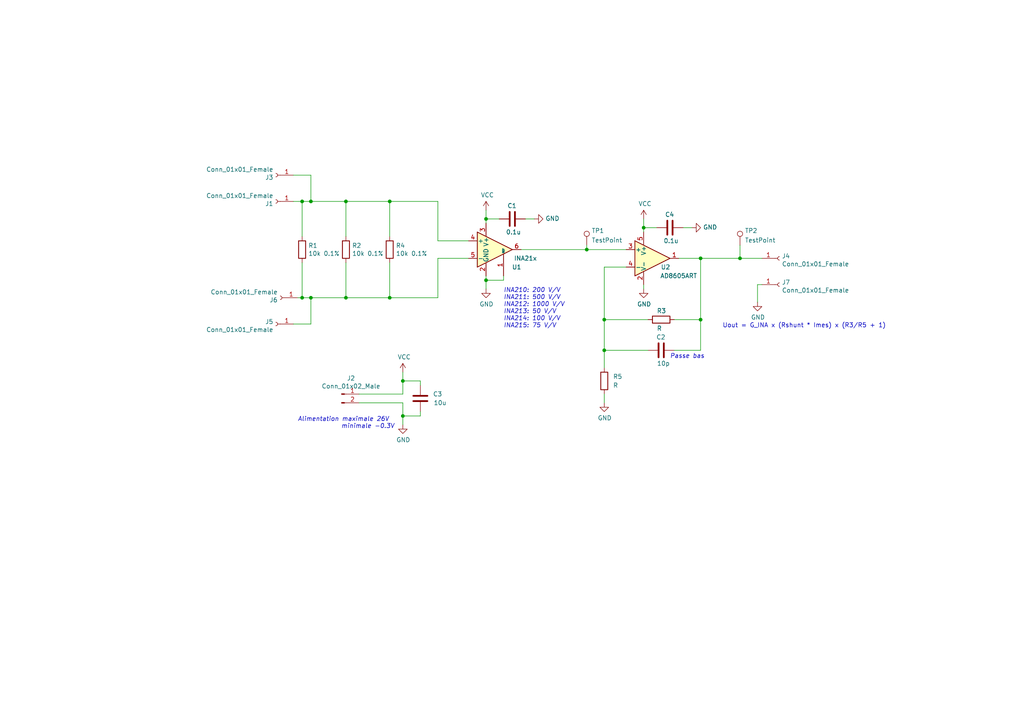
<source format=kicad_sch>
(kicad_sch (version 20211123) (generator eeschema)
  (paper "A4")
  (title_block (title "NanoCurrents") (rev "2.0") (company "Achille PETITJEAN") (comment 1 "1nA to 1uA measurements = 1mV to 1V output"))
  (lib_symbols
    (symbol "Achille6_0:AD8605ART" (pin_names (offset 0.127))
      (property "Reference" "U" (at 0 5.08 0))
      (property "Value" "AD8605ART" (at 0 -5.08 0))
      (symbol "AD8605ART_0_1"
        (polyline (pts (xy -5.08 5.08) (xy 5.08 0) (xy -5.08 -5.08) (xy -5.08 5.08)) (stroke (width 0.254)) (fill (type background)))
        (pin power_in line (at -2.54 -7.62 90) (length 3.81) (name "V-") (number "2"))
        (pin power_in line (at -2.54 7.62 270) (length 3.81) (name "V+") (number "5"))
      )
      (symbol "AD8605ART_1_1"
        (pin output line (at 7.62 0 180) (length 2.54) (name "~") (number "1"))
        (pin input line (at -7.62 2.54 0) (length 2.54) (name "+") (number "3"))
        (pin input line (at -7.62 -2.54 0) (length 2.54) (name "-") (number "4"))
      )
    )
    (symbol "Achille:INA213" (pin_names (offset 0.127))
      (property "Reference" "U" (at 3.81 3.81 0))
      (property "Value" "INA213" (at 3.81 -2.54 0))
      (symbol "INA213_0_1"
        (polyline (pts (xy 5.08 0) (xy -5.08 5.08) (xy -5.08 -5.08) (xy 5.08 0)) (stroke (width 0.254)) (fill (type background)))
      )
      (symbol "INA213_1_1"
        (pin input line (at 2.54 -7.62 90) (length 6.35) (name "REF") (number "1"))
        (pin power_in line (at -2.54 -7.62 90) (length 3.81) (name "GND") (number "2"))
        (pin power_in line (at -2.54 7.62 270) (length 3.81) (name "V+") (number "3"))
        (pin input line (at -7.62 2.54 0) (length 2.54) (name "+") (number "4"))
        (pin input line (at -7.62 -2.54 0) (length 2.54) (name "-") (number "5"))
        (pin output line (at 7.62 0 180) (length 2.54) (name "~") (number "6"))
      )
    )
    (symbol "Connector:Conn_01x01_Female" (pin_names (offset 1.016) hide)
      (property "Reference" "J" (at 0 2.54 0))
      (property "Value" "Conn_01x01_Female" (at 0 -2.54 0))
      (symbol "Conn_01x01_Female_1_1"
        (polyline (pts (xy -1.27 0) (xy -0.508 0)) (stroke (width 0.1524)))
        (arc (start 0 0.508) (mid -0.508 0) (end 0 -0.508) (stroke (width 0.1524)))
        (pin passive line (at -5.08 0 0) (length 3.81) (name "Pin_1") (number "1"))
      )
    )
    (symbol "Connector:Conn_01x02_Male" (pin_names (offset 1.016) hide)
      (property "Reference" "J" (at 0 2.54 0))
      (property "Value" "Conn_01x02_Male" (at 0 -5.08 0))
      (symbol "Conn_01x02_Male_1_1"
        (polyline (pts (xy 1.27 -2.54) (xy 0.8636 -2.54)) (stroke (width 0.1524)))
        (polyline (pts (xy 1.27 0) (xy 0.8636 0)) (stroke (width 0.1524)))
        (rectangle (start 0.8636 -2.413) (end 0 -2.667) (stroke (width 0.1524)) (fill (type outline)))
        (rectangle (start 0.8636 0.127) (end 0 -0.127) (stroke (width 0.1524)) (fill (type outline)))
        (pin passive line (at 5.08 0 180) (length 3.81) (name "Pin_1") (number "1"))
        (pin passive line (at 5.08 -2.54 180) (length 3.81) (name "Pin_2") (number "2"))
      )
    )
    (symbol "Connector:TestPoint" (pin_numbers hide) (pin_names (offset 0.762) hide)
      (property "Reference" "TP" (at 0 6.858 0))
      (property "Value" "TestPoint" (at 0 5.08 0))
      (symbol "TestPoint_0_1"
        (circle (center 0 3.302) (radius 0.762))
      )
      (symbol "TestPoint_1_1"
        (pin passive line (at 0 0 90) (length 2.54) (name "1") (number "1"))
      )
    )
    (symbol "Device:C" (pin_numbers hide) (pin_names (offset 0.254))
      (property "Reference" "C" (at 0.635 2.54 0))
      (property "Value" "C" (at 0.635 -2.54 0))
      (symbol "C_0_1"
        (polyline (pts (xy -2.032 -0.762) (xy 2.032 -0.762)) (stroke (width 0.508)))
        (polyline (pts (xy -2.032 0.762) (xy 2.032 0.762)) (stroke (width 0.508)))
      )
      (symbol "C_1_1"
        (pin passive line (at 0 3.81 270) (length 2.794) (name "~") (number "1"))
        (pin passive line (at 0 -3.81 90) (length 2.794) (name "~") (number "2"))
      )
    )
    (symbol "Device:R" (pin_numbers hide) (pin_names (offset 0))
      (property "Reference" "R" (at 2.032 0 90))
      (property "Value" "R" (at 0 0 90))
      (symbol "R_0_1"
        (rectangle (start -1.016 -2.54) (end 1.016 2.54) (stroke (width 0.254)))
      )
      (symbol "R_1_1"
        (pin passive line (at 0 3.81 270) (length 1.27) (name "~") (number "1"))
        (pin passive line (at 0 -3.81 90) (length 1.27) (name "~") (number "2"))
      )
    )
    (symbol "power:GND" (power) (pin_names (offset 0))
      (property "Value" "GND" (at 0 -3.81 0))
      (symbol "GND_0_1"
        (polyline (pts (xy 0 0) (xy 0 -1.27) (xy 1.27 -1.27) (xy 0 -2.54) (xy -1.27 -1.27) (xy 0 -1.27)))
      )
      (symbol "GND_1_1"
        (pin power_in line (at 0 0 270) (length 0) hide (name "GND") (number "1"))
      )
    )
    (symbol "power:VCC" (power) (pin_names (offset 0))
      (property "Value" "VCC" (at 0 3.81 0))
      (symbol "VCC_0_1"
        (polyline (pts (xy -0.762 1.27) (xy 0 2.54)))
        (polyline (pts (xy 0 0) (xy 0 2.54)))
        (polyline (pts (xy 0 2.54) (xy 0.762 1.27)))
      )
      (symbol "VCC_1_1"
        (pin power_in line (at 0 0 90) (length 0) hide (name "VCC") (number "1"))
      )
    )
  )
  (junction (at 113.03 58.42))
  (junction (at 175.26 101.6))
  (junction (at 203.2 92.71))
  (junction (at 116.84 110.49))
  (junction (at 100.33 58.42))
  (junction (at 90.17 86.36))
  (junction (at 100.33 86.36))
  (junction (at 87.63 86.36))
  (junction (at 186.69 66.04))
  (junction (at 113.03 86.36))
  (junction (at 140.97 63.5))
  (junction (at 140.97 81.28))
  (junction (at 203.2 74.93))
  (junction (at 87.63 58.42))
  (junction (at 170.18 72.39))
  (junction (at 116.84 120.65))
  (junction (at 175.26 92.71))
  (junction (at 214.63 74.93))
  (junction (at 90.17 58.42))
  (wire (pts (xy 140.97 81.28) (xy 140.97 80.01)))
  (wire (pts (xy 87.63 86.36) (xy 87.63 76.2)))
  (wire (pts (xy 187.96 101.6) (xy 175.26 101.6)))
  (wire (pts (xy 116.84 120.65) (xy 121.92 120.65)))
  (wire (pts (xy 127 74.93) (xy 127 86.36)))
  (wire (pts (xy 116.84 123.19) (xy 116.84 120.65)))
  (wire (pts (xy 100.33 86.36) (xy 113.03 86.36)))
  (wire (pts (xy 140.97 63.5) (xy 140.97 64.77)))
  (wire (pts (xy 116.84 114.3) (xy 116.84 110.49)))
  (wire (pts (xy 86.36 86.36) (xy 87.63 86.36)))
  (wire (pts (xy 170.18 72.39) (xy 181.61 72.39)))
  (wire (pts (xy 214.63 71.12) (xy 214.63 74.93)))
  (wire (pts (xy 87.63 58.42) (xy 90.17 58.42)))
  (wire (pts (xy 186.69 66.04) (xy 186.69 63.5)))
  (wire (pts (xy 190.5 66.04) (xy 186.69 66.04)))
  (wire (pts (xy 121.92 119.38) (xy 121.92 120.65)))
  (wire (pts (xy 140.97 63.5) (xy 140.97 60.96)))
  (wire (pts (xy 87.63 86.36) (xy 90.17 86.36)))
  (wire (pts (xy 104.14 116.84) (xy 116.84 116.84)))
  (wire (pts (xy 85.09 50.8) (xy 90.17 50.8)))
  (wire (pts (xy 154.94 63.5) (xy 152.4 63.5)))
  (wire (pts (xy 187.96 92.71) (xy 175.26 92.71)))
  (wire (pts (xy 100.33 86.36) (xy 100.33 76.2)))
  (wire (pts (xy 127 58.42) (xy 127 69.85)))
  (wire (pts (xy 140.97 81.28) (xy 146.05 81.28)))
  (wire (pts (xy 87.63 58.42) (xy 87.63 68.58)))
  (wire (pts (xy 196.85 74.93) (xy 203.2 74.93)))
  (wire (pts (xy 116.84 107.95) (xy 116.84 110.49)))
  (wire (pts (xy 203.2 92.71) (xy 195.58 92.71)))
  (wire (pts (xy 203.2 74.93) (xy 214.63 74.93)))
  (wire (pts (xy 175.26 92.71) (xy 175.26 101.6)))
  (wire (pts (xy 170.18 71.12) (xy 170.18 72.39)))
  (wire (pts (xy 151.13 72.39) (xy 170.18 72.39)))
  (wire (pts (xy 100.33 58.42) (xy 113.03 58.42)))
  (wire (pts (xy 113.03 86.36) (xy 113.03 76.2)))
  (wire (pts (xy 214.63 74.93) (xy 220.98 74.93)))
  (wire (pts (xy 104.14 114.3) (xy 116.84 114.3)))
  (wire (pts (xy 113.03 58.42) (xy 127 58.42)))
  (wire (pts (xy 219.71 87.63) (xy 219.71 82.55)))
  (wire (pts (xy 127 74.93) (xy 135.89 74.93)))
  (wire (pts (xy 186.69 66.04) (xy 186.69 67.31)))
  (wire (pts (xy 135.89 69.85) (xy 127 69.85)))
  (wire (pts (xy 219.71 82.55) (xy 220.98 82.55)))
  (wire (pts (xy 203.2 101.6) (xy 203.2 92.71)))
  (wire (pts (xy 121.92 111.76) (xy 121.92 110.49)))
  (wire (pts (xy 116.84 110.49) (xy 121.92 110.49)))
  (wire (pts (xy 100.33 58.42) (xy 100.33 68.58)))
  (wire (pts (xy 146.05 81.28) (xy 146.05 80.01)))
  (wire (pts (xy 181.61 77.47) (xy 175.26 77.47)))
  (wire (pts (xy 90.17 93.98) (xy 90.17 86.36)))
  (wire (pts (xy 113.03 58.42) (xy 113.03 68.58)))
  (wire (pts (xy 116.84 116.84) (xy 116.84 120.65)))
  (wire (pts (xy 195.58 101.6) (xy 203.2 101.6)))
  (wire (pts (xy 113.03 86.36) (xy 127 86.36)))
  (wire (pts (xy 140.97 83.82) (xy 140.97 81.28)))
  (wire (pts (xy 175.26 101.6) (xy 175.26 106.68)))
  (wire (pts (xy 186.69 83.82) (xy 186.69 82.55)))
  (wire (pts (xy 90.17 50.8) (xy 90.17 58.42)))
  (wire (pts (xy 85.09 93.98) (xy 90.17 93.98)))
  (wire (pts (xy 85.09 58.42) (xy 87.63 58.42)))
  (wire (pts (xy 175.26 116.84) (xy 175.26 114.3)))
  (wire (pts (xy 203.2 74.93) (xy 203.2 92.71)))
  (wire (pts (xy 200.66 66.04) (xy 198.12 66.04)))
  (wire (pts (xy 144.78 63.5) (xy 140.97 63.5)))
  (wire (pts (xy 90.17 58.42) (xy 100.33 58.42)))
  (wire (pts (xy 175.26 77.47) (xy 175.26 92.71)))
  (wire (pts (xy 100.33 86.36) (xy 90.17 86.36)))
  (text "Passe bas" (at 194.31 104.14 0) (effects (font (size 1.27 1.27) italic) (justify left bottom)))
  (text "Alimentation maximale 26V\n             minimale -0.3V" (at 86.36 124.46 0) (effects (font (size 1.27 1.27) italic) (justify left bottom)))
  (text "INA210: 200 V/V\nINA211: 500 V/V\nINA212: 1000 V/V\nINA213: 50 V/V\nINA214: 100 V/V\nINA215: 75 V/V" (at 146.05 95.25 0) (effects (font (size 1.27 1.27) italic) (justify left bottom)))
  (text "Uout = G_INA x (Rshunt * Imes) x (R3/R5 + 1)" (at 209.55 95.25 0) (effects (font (size 1.27 1.27)) (justify left bottom)))
  (symbol (lib_id "Connector:Conn_01x01_Female") (at 80.01 58.42 180) (unit 1)
    (property "Reference" "J1" (at 79.2988 59.0804 0) (effects (justify left)))
    (property "Value" "Conn_01x01_Female" (at 79.2988 56.769 0) (effects (justify left)))
    (property "Footprint" "MountingHole:MountingHole_2.2mm_M2_Pad_Via" (effects hide))
  )
  (symbol (lib_id "Connector:Conn_01x02_Male") (at 99.06 114.3 0) (unit 1)
    (property "Reference" "J2" (at 101.8032 109.7026 0))
    (property "Value" "Conn_01x02_Male" (at 101.8032 112.014 0))
    (property "Footprint" "Connector_PinHeader_2.54mm:PinHeader_1x02_P2.54mm_Vertical" (effects hide))
  )
  (symbol (lib_id "Device:R") (at 87.63 72.39 0) (unit 1)
    (property "Reference" "R1" (at 89.408 71.2216 0) (effects (justify left)))
    (property "Value" "10k 0.1%" (at 89.408 73.533 0) (effects (justify left)))
    (property "Footprint" "Resistor_SMD:R_2512_6332Metric_Pad1.40x3.35mm_HandSolder" (effects hide))
  )
  (symbol (lib_id "power:GND") (at 140.97 83.82 0) (unit 1)
    (property "Reference" "#PWR04" (effects hide))
    (property "Value" "GND" (at 141.097 88.2142 0))
  )
  (symbol (lib_id "power:VCC") (at 140.97 60.96 0) (unit 1)
    (property "Reference" "#PWR03" (effects hide))
    (property "Value" "VCC" (at 141.351 56.5658 0))
  )
  (symbol (lib_id "Device:C") (at 148.59 63.5 90) (unit 1)
    (property "Reference" "C1" (at 149.86 59.69 90) (effects (justify left)))
    (property "Value" "0.1u" (at 151.13 67.31 90) (effects (justify left)))
    (property "Footprint" "Capacitor_SMD:C_0603_1608Metric_Pad1.08x0.95mm_HandSolder" (effects hide))
  )
  (symbol (lib_id "power:GND") (at 154.94 63.5 90) (unit 1)
    (property "Reference" "#PWR05" (effects hide))
    (property "Value" "GND" (at 158.1912 63.373 90) (effects (justify right)))
  )
  (symbol (lib_id "Device:R") (at 191.77 92.71 270) (unit 1)
    (property "Reference" "R3" (at 190.5 90.17 90) (effects (justify left)))
    (property "Value" "R" (at 190.5 95.25 90) (effects (justify left)))
    (property "Footprint" "Resistor_SMD:R_0603_1608Metric_Pad0.98x0.95mm_HandSolder" (effects hide))
  )
  (symbol (lib_id "power:GND") (at 175.26 116.84 0) (unit 1)
    (property "Reference" "#PWR06" (effects hide))
    (property "Value" "GND" (at 175.387 121.2342 0))
  )
  (symbol (lib_id "power:GND") (at 186.69 83.82 0) (unit 1)
    (property "Reference" "#PWR08" (effects hide))
    (property "Value" "GND" (at 186.817 88.2142 0))
  )
  (symbol (lib_id "power:VCC") (at 186.69 63.5 0) (unit 1)
    (property "Reference" "#PWR07" (effects hide))
    (property "Value" "VCC" (at 187.071 59.1058 0))
  )
  (symbol (lib_id "power:GND") (at 200.66 66.04 90) (unit 1)
    (property "Reference" "#PWR09" (effects hide))
    (property "Value" "GND" (at 203.9112 65.913 90) (effects (justify right)))
  )
  (symbol (lib_id "Device:C") (at 191.77 101.6 90) (unit 1)
    (property "Reference" "C2" (at 193.04 97.79 90) (effects (justify left)))
    (property "Value" "10p" (at 194.31 105.41 90) (effects (justify left)))
    (property "Footprint" "Capacitor_SMD:C_0603_1608Metric_Pad1.08x0.95mm_HandSolder" (effects hide))
  )
  (symbol (lib_id "Connector:Conn_01x01_Female") (at 226.06 74.93 0) (unit 1)
    (property "Reference" "J4" (at 226.7712 74.2696 0) (effects (justify left)))
    (property "Value" "Conn_01x01_Female" (at 226.7712 76.581 0) (effects (justify left)))
    (property "Footprint" "Connector_PinHeader_2.54mm:PinHeader_1x01_P2.54mm_Vertical" (effects hide))
  )
  (symbol (lib_id "power:GND") (at 219.71 87.63 0) (unit 1)
    (property "Reference" "#PWR010" (effects hide))
    (property "Value" "GND" (at 219.837 92.0242 0))
  )
  (symbol (lib_id "power:GND") (at 116.84 123.19 0) (unit 1)
    (property "Reference" "#PWR02" (effects hide))
    (property "Value" "GND" (at 116.967 127.5842 0))
  )
  (symbol (lib_id "power:VCC") (at 116.84 107.95 0) (unit 1)
    (property "Reference" "#PWR01" (effects hide))
    (property "Value" "VCC" (at 117.221 103.5558 0))
  )
  (symbol (lib_id "Device:R") (at 100.33 72.39 0) (unit 1)
    (property "Reference" "R2" (at 102.108 71.2216 0) (effects (justify left)))
    (property "Value" "10k 0.1%" (at 102.108 73.533 0) (effects (justify left)))
    (property "Footprint" "Resistor_SMD:R_1206_3216Metric_Pad1.30x1.75mm_HandSolder" (effects hide))
  )
  (symbol (lib_id "Device:C") (at 194.31 66.04 90) (unit 1)
    (property "Reference" "C4" (at 195.58 62.23 90) (effects (justify left)))
    (property "Value" "0.1u" (at 196.85 69.85 90) (effects (justify left)))
    (property "Footprint" "Capacitor_SMD:C_0603_1608Metric_Pad1.08x0.95mm_HandSolder" (effects hide))
  )
  (symbol (lib_id "Device:R") (at 113.03 72.39 0) (unit 1)
    (property "Reference" "R4" (at 114.808 71.2216 0) (effects (justify left)))
    (property "Value" "10k 0.1%" (at 114.808 73.533 0) (effects (justify left)))
    (property "Footprint" "Resistor_SMD:R_0805_2012Metric" (effects hide))
  )
  (symbol (lib_id "Connector:Conn_01x01_Female") (at 80.01 93.98 0) (mirror y) (unit 1)
    (property "Reference" "J5" (at 79.2988 93.3196 0) (effects (justify left)))
    (property "Value" "Conn_01x01_Female" (at 79.2988 95.631 0) (effects (justify left)))
    (property "Footprint" "Connector_PinHeader_2.54mm:PinHeader_1x01_P2.54mm_Vertical" (effects hide))
  )
  (symbol (lib_id "Achille:INA213") (at 143.51 72.39 0) (unit 1)
    (property "Reference" "U1" (at 149.86 77.47 0))
    (property "Value" "INA21x" (at 152.4 74.93 0))
    (property "Footprint" "Achille:SC-70-6" (effects hide))
    (property "Datasheet" "https://www.ti.com/lit/gpn/INA211" (effects hide))
  )
  (symbol (lib_id "Connector:Conn_01x01_Female") (at 80.01 50.8 180) (unit 1)
    (property "Reference" "J3" (at 79.2988 51.4604 0) (effects (justify left)))
    (property "Value" "Conn_01x01_Female" (at 79.2988 49.149 0) (effects (justify left)))
    (property "Footprint" "Connector_PinHeader_2.54mm:PinHeader_1x01_P2.54mm_Vertical" (effects hide))
  )
  (symbol (lib_id "Connector:Conn_01x01_Female") (at 226.06 82.55 0) (unit 1)
    (property "Reference" "J7" (at 226.7712 81.8896 0) (effects (justify left)))
    (property "Value" "Conn_01x01_Female" (at 226.7712 84.201 0) (effects (justify left)))
    (property "Footprint" "Connector_PinHeader_2.54mm:PinHeader_1x01_P2.54mm_Vertical" (effects hide))
  )
  (symbol (lib_id "Connector:TestPoint") (at 214.63 71.12 0) (unit 1)
    (property "Reference" "TP2" (at 216.027 66.9095 0) (effects (justify left)))
    (property "Value" "TestPoint" (at 216.027 69.6846 0) (effects (justify left)))
    (property "Footprint" "TestPoint:TestPoint_Pad_D1.0mm" (effects hide))
  )
  (symbol (lib_id "Connector:TestPoint") (at 170.18 71.12 0) (unit 1)
    (property "Reference" "TP1" (at 171.577 66.9095 0) (effects (justify left)))
    (property "Value" "TestPoint" (at 171.577 69.6846 0) (effects (justify left)))
    (property "Footprint" "TestPoint:TestPoint_Pad_D1.0mm" (effects hide))
  )
  (symbol (lib_id "Device:C") (at 121.92 115.57 180) (unit 1)
    (property "Reference" "C3" (at 128.27 114.3 0) (effects (justify left)))
    (property "Value" "10u" (at 129.54 116.84 0) (effects (justify left)))
    (property "Footprint" "Capacitor_SMD:C_0805_2012Metric" (effects hide))
  )
  (symbol (lib_id "Connector:Conn_01x01_Female") (at 81.28 86.36 180) (unit 1)
    (property "Reference" "J6" (at 80.5688 87.0204 0) (effects (justify left)))
    (property "Value" "Conn_01x01_Female" (at 80.5688 84.709 0) (effects (justify left)))
    (property "Footprint" "MountingHole:MountingHole_2.2mm_M2_Pad_Via" (effects hide))
  )
  (symbol (lib_id "Device:R") (at 175.26 110.49 0) (unit 1)
    (property "Reference" "R5" (at 177.8 109.22 0) (effects (justify left)))
    (property "Value" "R" (at 177.8 111.76 0) (effects (justify left)))
    (property "Footprint" "Resistor_SMD:R_0603_1608Metric_Pad0.98x0.95mm_HandSolder" (effects hide))
  )
  (symbol (lib_id "Achille6_0:AD8605ART") (at 189.23 74.93 0) (unit 1)
    (property "Reference" "U2" (at 193.04 77.47 0))
    (property "Value" "AD8605ART" (at 196.85 80.01 0))
    (property "Footprint" "Package_TO_SOT_SMD:SOT-23-5_HandSoldering" (effects hide))
    (property "Datasheet" "https://www.mouser.fr/datasheet/2/609/AD8605_8606_8608-1716254.pdf" (effects hide))
  )
)
</source>
